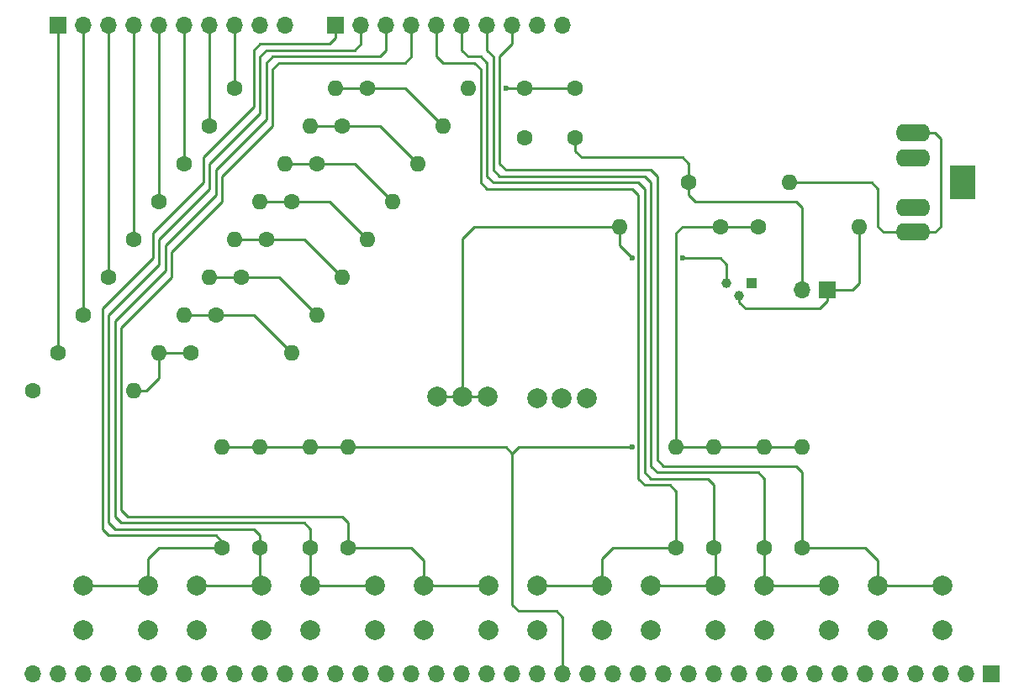
<source format=gtl>
G04 #@! TF.GenerationSoftware,KiCad,Pcbnew,(5.1.5)-3*
G04 #@! TF.CreationDate,2020-10-11T23:54:53+02:00*
G04 #@! TF.ProjectId,PB-002 Covox Sound,50422d30-3032-4204-936f-766f7820536f,rev?*
G04 #@! TF.SameCoordinates,Original*
G04 #@! TF.FileFunction,Copper,L1,Top*
G04 #@! TF.FilePolarity,Positive*
%FSLAX46Y46*%
G04 Gerber Fmt 4.6, Leading zero omitted, Abs format (unit mm)*
G04 Created by KiCad (PCBNEW (5.1.5)-3) date 2020-10-11 23:54:53*
%MOMM*%
%LPD*%
G04 APERTURE LIST*
%ADD10C,2.000000*%
%ADD11O,1.600000X1.600000*%
%ADD12C,1.600000*%
%ADD13R,1.700000X1.700000*%
%ADD14O,1.700000X1.700000*%
%ADD15R,2.500000X3.500000*%
%ADD16O,3.500000X1.750000*%
%ADD17R,1.000000X1.000000*%
%ADD18C,1.000000*%
%ADD19C,0.600000*%
%ADD20C,0.250000*%
G04 APERTURE END LIST*
D10*
X157360000Y-117602000D03*
X142360000Y-117475000D03*
X144860000Y-117475000D03*
X154860000Y-117602000D03*
X147360000Y-117475000D03*
X152360000Y-117602000D03*
D11*
X160655000Y-100330000D03*
D12*
X170815000Y-100330000D03*
D11*
X177800000Y-95885000D03*
D12*
X167640000Y-95885000D03*
X174625000Y-100330000D03*
D11*
X184785000Y-100330000D03*
D12*
X151130000Y-86360000D03*
X151130000Y-91360000D03*
X156210000Y-86360000D03*
X156210000Y-91360000D03*
X133350000Y-132715000D03*
D11*
X133350000Y-122555000D03*
D12*
X135255000Y-86360000D03*
D11*
X145415000Y-86360000D03*
D10*
X106680000Y-141025000D03*
X106680000Y-136525000D03*
X113180000Y-141025000D03*
X113180000Y-136525000D03*
X118110000Y-141025000D03*
X118110000Y-136525000D03*
X124610000Y-141025000D03*
X124610000Y-136525000D03*
D12*
X120650000Y-132715000D03*
D11*
X120650000Y-122555000D03*
D12*
X124460000Y-132715000D03*
D11*
X124460000Y-122555000D03*
D12*
X121920000Y-86360000D03*
D11*
X132080000Y-86360000D03*
D12*
X119380000Y-90170000D03*
D11*
X129540000Y-90170000D03*
D12*
X116840000Y-93980000D03*
D11*
X127000000Y-93980000D03*
D12*
X114300000Y-97790000D03*
D11*
X124460000Y-97790000D03*
D12*
X111760000Y-101600000D03*
D11*
X121920000Y-101600000D03*
D12*
X109220000Y-105410000D03*
D11*
X119380000Y-105410000D03*
D12*
X106680000Y-109220000D03*
D11*
X116840000Y-109220000D03*
D12*
X104140000Y-113030000D03*
D11*
X114300000Y-113030000D03*
D12*
X101600000Y-116840000D03*
D11*
X111760000Y-116840000D03*
D12*
X129540000Y-132715000D03*
D11*
X129540000Y-122555000D03*
D12*
X132715000Y-90170000D03*
D11*
X142875000Y-90170000D03*
D12*
X130175000Y-93980000D03*
D11*
X140335000Y-93980000D03*
D12*
X127635000Y-97790000D03*
D11*
X137795000Y-97790000D03*
D12*
X125095000Y-101600000D03*
D11*
X135255000Y-101600000D03*
D12*
X122555000Y-105410000D03*
D11*
X132715000Y-105410000D03*
D12*
X120015000Y-109220000D03*
D11*
X130175000Y-109220000D03*
D12*
X117475000Y-113030000D03*
D11*
X127635000Y-113030000D03*
D12*
X166370000Y-132715000D03*
D11*
X166370000Y-122555000D03*
D12*
X170180000Y-132715000D03*
D11*
X170180000Y-122555000D03*
D12*
X175260000Y-132715000D03*
D11*
X175260000Y-122555000D03*
D12*
X179070000Y-132715000D03*
D11*
X179070000Y-122555000D03*
D10*
X129540000Y-141025000D03*
X129540000Y-136525000D03*
X136040000Y-141025000D03*
X136040000Y-136525000D03*
X140970000Y-141025000D03*
X140970000Y-136525000D03*
X147470000Y-141025000D03*
X147470000Y-136525000D03*
X152400000Y-141025000D03*
X152400000Y-136525000D03*
X158900000Y-141025000D03*
X158900000Y-136525000D03*
X163830000Y-141025000D03*
X163830000Y-136525000D03*
X170330000Y-141025000D03*
X170330000Y-136525000D03*
X175260000Y-141025000D03*
X175260000Y-136525000D03*
X181760000Y-141025000D03*
X181760000Y-136525000D03*
X186690000Y-141025000D03*
X186690000Y-136525000D03*
X193190000Y-141025000D03*
X193190000Y-136525000D03*
D13*
X104140000Y-80010000D03*
D14*
X106680000Y-80010000D03*
X109220000Y-80010000D03*
X111760000Y-80010000D03*
X114300000Y-80010000D03*
X116840000Y-80010000D03*
X119380000Y-80010000D03*
X121920000Y-80010000D03*
X124460000Y-80010000D03*
X127000000Y-80010000D03*
D13*
X198120000Y-145415000D03*
D14*
X195580000Y-145415000D03*
X193040000Y-145415000D03*
X190500000Y-145415000D03*
X187960000Y-145415000D03*
X185420000Y-145415000D03*
X182880000Y-145415000D03*
X180340000Y-145415000D03*
X177800000Y-145415000D03*
X175260000Y-145415000D03*
X172720000Y-145415000D03*
X170180000Y-145415000D03*
X167640000Y-145415000D03*
X165100000Y-145415000D03*
X162560000Y-145415000D03*
X160020000Y-145415000D03*
X157480000Y-145415000D03*
X154940000Y-145415000D03*
X152400000Y-145415000D03*
X149860000Y-145415000D03*
X147320000Y-145415000D03*
X144780000Y-145415000D03*
X142240000Y-145415000D03*
X139700000Y-145415000D03*
X137160000Y-145415000D03*
X134620000Y-145415000D03*
X132080000Y-145415000D03*
X129540000Y-145415000D03*
X127000000Y-145415000D03*
X124460000Y-145415000D03*
X121920000Y-145415000D03*
X119380000Y-145415000D03*
X116840000Y-145415000D03*
X114300000Y-145415000D03*
X111760000Y-145415000D03*
X109220000Y-145415000D03*
X106680000Y-145415000D03*
X104140000Y-145415000D03*
X101600000Y-145415000D03*
D13*
X132080000Y-80010000D03*
D14*
X134620000Y-80010000D03*
X137160000Y-80010000D03*
X139700000Y-80010000D03*
X142240000Y-80010000D03*
X144780000Y-80010000D03*
X147320000Y-80010000D03*
X149860000Y-80010000D03*
X152400000Y-80010000D03*
X154940000Y-80010000D03*
D15*
X195271000Y-95885000D03*
D16*
X190265000Y-100885000D03*
X190265000Y-90885000D03*
X190265000Y-98385000D03*
X190265000Y-93385000D03*
D13*
X181610000Y-106680000D03*
D14*
X179070000Y-106680000D03*
D17*
X173990000Y-106045000D03*
D18*
X171450000Y-106045000D03*
X172720000Y-107315000D03*
D19*
X161925000Y-122555000D03*
X149225000Y-86360000D03*
X161925000Y-103505000D03*
X167005000Y-103505000D03*
D20*
X149860000Y-123825000D02*
X149860000Y-138430000D01*
X149860000Y-123190000D02*
X149860000Y-123825000D01*
X150495000Y-139065000D02*
X151130000Y-139065000D01*
X149860000Y-138430000D02*
X150495000Y-139065000D01*
X149860000Y-123190000D02*
X150495000Y-122555000D01*
X150495000Y-122555000D02*
X151130000Y-122555000D01*
X149860000Y-123190000D02*
X149225000Y-122555000D01*
X133350000Y-122555000D02*
X149225000Y-122555000D01*
X154940000Y-145415000D02*
X154940000Y-139700000D01*
X154940000Y-139700000D02*
X154305000Y-139065000D01*
X154305000Y-139065000D02*
X151130000Y-139065000D01*
X151130000Y-122555000D02*
X161925000Y-122555000D01*
X175260000Y-122555000D02*
X179070000Y-122555000D01*
X170180000Y-122555000D02*
X172085000Y-122555000D01*
X172085000Y-122555000D02*
X175260000Y-122555000D01*
X166370000Y-122555000D02*
X170180000Y-122555000D01*
X129540000Y-122555000D02*
X133350000Y-122555000D01*
X124460000Y-122555000D02*
X129540000Y-122555000D01*
X120650000Y-122555000D02*
X124460000Y-122555000D01*
X170815000Y-100330000D02*
X174625000Y-100330000D01*
X166370000Y-122555000D02*
X166370000Y-100965000D01*
X167005000Y-100330000D02*
X170815000Y-100330000D01*
X166370000Y-100965000D02*
X167005000Y-100330000D01*
X127635000Y-97790000D02*
X131445000Y-97790000D01*
X131445000Y-97790000D02*
X135255000Y-101600000D01*
X124460000Y-97790000D02*
X127635000Y-97790000D01*
X125095000Y-101600000D02*
X128905000Y-101600000D01*
X128905000Y-101600000D02*
X132715000Y-105410000D01*
X121920000Y-101600000D02*
X125095000Y-101600000D01*
X156210000Y-86360000D02*
X154940000Y-86360000D01*
X154940000Y-86360000D02*
X151130000Y-86360000D01*
X151130000Y-86360000D02*
X149225000Y-86360000D01*
X104140000Y-113030000D02*
X104140000Y-80010000D01*
X106680000Y-80010000D02*
X106680000Y-109220000D01*
X109220000Y-105410000D02*
X109220000Y-80010000D01*
X111760000Y-80010000D02*
X111760000Y-101600000D01*
X114300000Y-97790000D02*
X114300000Y-80010000D01*
X116840000Y-80010000D02*
X116840000Y-93980000D01*
X119380000Y-80010000D02*
X119380000Y-90170000D01*
X121920000Y-86360000D02*
X121920000Y-80010000D01*
X108585000Y-111125000D02*
X108585000Y-130810000D01*
X108585000Y-130810000D02*
X109220000Y-131445000D01*
X120650000Y-132715000D02*
X120650000Y-132080000D01*
X120650000Y-132080000D02*
X120015000Y-131445000D01*
X120015000Y-131445000D02*
X109220000Y-131445000D01*
X108585000Y-108585000D02*
X108585000Y-111125000D01*
X132080000Y-81280000D02*
X131445000Y-81915000D01*
X131445000Y-81915000D02*
X124460000Y-81915000D01*
X124460000Y-81915000D02*
X123825000Y-82550000D01*
X123825000Y-82550000D02*
X123825000Y-88265000D01*
X123825000Y-88265000D02*
X118745000Y-93345000D01*
X118745000Y-93345000D02*
X118745000Y-95885000D01*
X118745000Y-95885000D02*
X113665000Y-100965000D01*
X113665000Y-100965000D02*
X113665000Y-103505000D01*
X113665000Y-103505000D02*
X108585000Y-108585000D01*
X132080000Y-81280000D02*
X132080000Y-80010000D01*
X120650000Y-132715000D02*
X114300000Y-132715000D01*
X113180000Y-133835000D02*
X113180000Y-133985000D01*
X113180000Y-133985000D02*
X113180000Y-136525000D01*
X114300000Y-132715000D02*
X113180000Y-133835000D01*
X106680000Y-136525000D02*
X113180000Y-136525000D01*
X109855000Y-130810000D02*
X109220000Y-130175000D01*
X109220000Y-130175000D02*
X109220000Y-111760000D01*
X109855000Y-108585000D02*
X109220000Y-109220000D01*
X114300000Y-104140000D02*
X109855000Y-108585000D01*
X119380000Y-93980000D02*
X119380000Y-96520000D01*
X134620000Y-80010000D02*
X134620000Y-81915000D01*
X124460000Y-83185000D02*
X124460000Y-88900000D01*
X125095000Y-82550000D02*
X124460000Y-83185000D01*
X133985000Y-82550000D02*
X125095000Y-82550000D01*
X134620000Y-81915000D02*
X133985000Y-82550000D01*
X119380000Y-93980000D02*
X124460000Y-88900000D01*
X119380000Y-96520000D02*
X114300000Y-101600000D01*
X114300000Y-101600000D02*
X114300000Y-104140000D01*
X109220000Y-109220000D02*
X109220000Y-111760000D01*
X124460000Y-131445000D02*
X124460000Y-132715000D01*
X123825000Y-130810000D02*
X124460000Y-131445000D01*
X109855000Y-130810000D02*
X123825000Y-130810000D01*
X124460000Y-132715000D02*
X124460000Y-136375000D01*
X124460000Y-136375000D02*
X124610000Y-136525000D01*
X118110000Y-136525000D02*
X124610000Y-136525000D01*
X109855000Y-112395000D02*
X109855000Y-129540000D01*
X109855000Y-129540000D02*
X110490000Y-130175000D01*
X115570000Y-130175000D02*
X128905000Y-130175000D01*
X110490000Y-130175000D02*
X115570000Y-130175000D01*
X111125000Y-108585000D02*
X109855000Y-109855000D01*
X114935000Y-104775000D02*
X111125000Y-108585000D01*
X120015000Y-94615000D02*
X120015000Y-97155000D01*
X125095000Y-89535000D02*
X120015000Y-94615000D01*
X137160000Y-80010000D02*
X137160000Y-82550000D01*
X125095000Y-83820000D02*
X125095000Y-87630000D01*
X125730000Y-83185000D02*
X125095000Y-83820000D01*
X136525000Y-83185000D02*
X125730000Y-83185000D01*
X137160000Y-82550000D02*
X136525000Y-83185000D01*
X125095000Y-87630000D02*
X125095000Y-89535000D01*
X120015000Y-97155000D02*
X114935000Y-102235000D01*
X114935000Y-102235000D02*
X114935000Y-104775000D01*
X109855000Y-109855000D02*
X109855000Y-112395000D01*
X129540000Y-130810000D02*
X129540000Y-132715000D01*
X128905000Y-130175000D02*
X129540000Y-130810000D01*
X129540000Y-132715000D02*
X129540000Y-136525000D01*
X129540000Y-136525000D02*
X136040000Y-136525000D01*
X110490000Y-121285000D02*
X110490000Y-128905000D01*
X110490000Y-113030000D02*
X110490000Y-121285000D01*
X110490000Y-128905000D02*
X111125000Y-129540000D01*
X110490000Y-110490000D02*
X110490000Y-113030000D01*
X115570000Y-102870000D02*
X115570000Y-105410000D01*
X120650000Y-97790000D02*
X115570000Y-102870000D01*
X125730000Y-86995000D02*
X125730000Y-90170000D01*
X139700000Y-83185000D02*
X139065000Y-83820000D01*
X139065000Y-83820000D02*
X126365000Y-83820000D01*
X126365000Y-83820000D02*
X125730000Y-84455000D01*
X125730000Y-84455000D02*
X125730000Y-86995000D01*
X139700000Y-80010000D02*
X139700000Y-83185000D01*
X125730000Y-90170000D02*
X120650000Y-95250000D01*
X120650000Y-95250000D02*
X120650000Y-97790000D01*
X115570000Y-105410000D02*
X111760000Y-109220000D01*
X111760000Y-109220000D02*
X110490000Y-110490000D01*
X133350000Y-130175000D02*
X133350000Y-132715000D01*
X132715000Y-129540000D02*
X133350000Y-130175000D01*
X111125000Y-129540000D02*
X132715000Y-129540000D01*
X133350000Y-132715000D02*
X139700000Y-132715000D01*
X140970000Y-133985000D02*
X140970000Y-136525000D01*
X139700000Y-132715000D02*
X140970000Y-133985000D01*
X140970000Y-136525000D02*
X147470000Y-136525000D01*
X158115000Y-96520000D02*
X161925000Y-96520000D01*
X166370000Y-127000000D02*
X165735000Y-126365000D01*
X166370000Y-132715000D02*
X166370000Y-127000000D01*
X146685000Y-95885000D02*
X147320000Y-96520000D01*
X147320000Y-96520000D02*
X157480000Y-96520000D01*
X157480000Y-96520000D02*
X158115000Y-96520000D01*
X142240000Y-83185000D02*
X142240000Y-80010000D01*
X146685000Y-84455000D02*
X146685000Y-88900000D01*
X146050000Y-83820000D02*
X146685000Y-84455000D01*
X142875000Y-83820000D02*
X146050000Y-83820000D01*
X142240000Y-83185000D02*
X142875000Y-83820000D01*
X146685000Y-88900000D02*
X146685000Y-95885000D01*
X163195000Y-126365000D02*
X165735000Y-126365000D01*
X162560000Y-125730000D02*
X163195000Y-126365000D01*
X162560000Y-97155000D02*
X162560000Y-125730000D01*
X161925000Y-96520000D02*
X162560000Y-97155000D01*
X166370000Y-132715000D02*
X160020000Y-132715000D01*
X158900000Y-133835000D02*
X158900000Y-136525000D01*
X160020000Y-132715000D02*
X158900000Y-133835000D01*
X152400000Y-136525000D02*
X158900000Y-136525000D01*
X156210000Y-95885000D02*
X162560000Y-95885000D01*
X170180000Y-126365000D02*
X169545000Y-125730000D01*
X169545000Y-125730000D02*
X164465000Y-125730000D01*
X170180000Y-132715000D02*
X170180000Y-126365000D01*
X147320000Y-95250000D02*
X147955000Y-95885000D01*
X147955000Y-95885000D02*
X156210000Y-95885000D01*
X144780000Y-82550000D02*
X144780000Y-80010000D01*
X147320000Y-83820000D02*
X147320000Y-88265000D01*
X146685000Y-83185000D02*
X147320000Y-83820000D01*
X145415000Y-83185000D02*
X146685000Y-83185000D01*
X144780000Y-82550000D02*
X145415000Y-83185000D01*
X147320000Y-88265000D02*
X147320000Y-95250000D01*
X163830000Y-125730000D02*
X164465000Y-125730000D01*
X163195000Y-125095000D02*
X163830000Y-125730000D01*
X163195000Y-96520000D02*
X163195000Y-125095000D01*
X162560000Y-95885000D02*
X163195000Y-96520000D01*
X170330000Y-136525000D02*
X170330000Y-132865000D01*
X170330000Y-132865000D02*
X170180000Y-132715000D01*
X163830000Y-136525000D02*
X170330000Y-136525000D01*
X147955000Y-88265000D02*
X147955000Y-94615000D01*
X147320000Y-82550000D02*
X147955000Y-83185000D01*
X147955000Y-83185000D02*
X147955000Y-88265000D01*
X147320000Y-80010000D02*
X147320000Y-82550000D01*
X175260000Y-125730000D02*
X174625000Y-125095000D01*
X174625000Y-125095000D02*
X164465000Y-125095000D01*
X175260000Y-125730000D02*
X175260000Y-132715000D01*
X163830000Y-124460000D02*
X164465000Y-125095000D01*
X163830000Y-95885000D02*
X163830000Y-124460000D01*
X163195000Y-95250000D02*
X163830000Y-95885000D01*
X148590000Y-95250000D02*
X163195000Y-95250000D01*
X147955000Y-94615000D02*
X148590000Y-95250000D01*
X175260000Y-132715000D02*
X175260000Y-136525000D01*
X175260000Y-136525000D02*
X181760000Y-136525000D01*
X148590000Y-83185000D02*
X149860000Y-81915000D01*
X165100000Y-124460000D02*
X164465000Y-123825000D01*
X164465000Y-123825000D02*
X164465000Y-95250000D01*
X164465000Y-95250000D02*
X163830000Y-94615000D01*
X163830000Y-94615000D02*
X149225000Y-94615000D01*
X149225000Y-94615000D02*
X148590000Y-93980000D01*
X148590000Y-93980000D02*
X148590000Y-83185000D01*
X179070000Y-132715000D02*
X179070000Y-125095000D01*
X178435000Y-124460000D02*
X165735000Y-124460000D01*
X179070000Y-125095000D02*
X178435000Y-124460000D01*
X165735000Y-124460000D02*
X165100000Y-124460000D01*
X149860000Y-81915000D02*
X149860000Y-80010000D01*
X179070000Y-132715000D02*
X185420000Y-132715000D01*
X186690000Y-133985000D02*
X186690000Y-136525000D01*
X185420000Y-132715000D02*
X186690000Y-133985000D01*
X186690000Y-136525000D02*
X193190000Y-136525000D01*
X135255000Y-86360000D02*
X139065000Y-86360000D01*
X139065000Y-86360000D02*
X142875000Y-90170000D01*
X132080000Y-86360000D02*
X135255000Y-86360000D01*
X132715000Y-90170000D02*
X136525000Y-90170000D01*
X136525000Y-90170000D02*
X140335000Y-93980000D01*
X129540000Y-90170000D02*
X132715000Y-90170000D01*
X130175000Y-93980000D02*
X133985000Y-93980000D01*
X133985000Y-93980000D02*
X137795000Y-97790000D01*
X127000000Y-93980000D02*
X130175000Y-93980000D01*
X122555000Y-105410000D02*
X126365000Y-105410000D01*
X126365000Y-105410000D02*
X130175000Y-109220000D01*
X119380000Y-105410000D02*
X122555000Y-105410000D01*
X120015000Y-109220000D02*
X123825000Y-109220000D01*
X123825000Y-109220000D02*
X127635000Y-113030000D01*
X116840000Y-109220000D02*
X120015000Y-109220000D01*
X111760000Y-116840000D02*
X113030000Y-116840000D01*
X114300000Y-115570000D02*
X114300000Y-113030000D01*
X113030000Y-116840000D02*
X114300000Y-115570000D01*
X114300000Y-113030000D02*
X117475000Y-113030000D01*
X156210000Y-91360000D02*
X156210000Y-92710000D01*
X156210000Y-92710000D02*
X156845000Y-93345000D01*
X156845000Y-93345000D02*
X167005000Y-93345000D01*
X167640000Y-93980000D02*
X167640000Y-95885000D01*
X167005000Y-93345000D02*
X167640000Y-93980000D01*
X179070000Y-106680000D02*
X179070000Y-98425000D01*
X179070000Y-98425000D02*
X178435000Y-97790000D01*
X178435000Y-97790000D02*
X168275000Y-97790000D01*
X167640000Y-97155000D02*
X167640000Y-95885000D01*
X168275000Y-97790000D02*
X167640000Y-97155000D01*
X190265000Y-100885000D02*
X192485000Y-100885000D01*
X192485000Y-100885000D02*
X193040000Y-100330000D01*
X193040000Y-100330000D02*
X193040000Y-91440000D01*
X193040000Y-91440000D02*
X192485000Y-90885000D01*
X192485000Y-90885000D02*
X190265000Y-90885000D01*
X186055000Y-95885000D02*
X177800000Y-95885000D01*
X190265000Y-100885000D02*
X187245000Y-100885000D01*
X187245000Y-100885000D02*
X186690000Y-100330000D01*
X186690000Y-96520000D02*
X186055000Y-95885000D01*
X186690000Y-100330000D02*
X186690000Y-96520000D01*
X184785000Y-100330000D02*
X184785000Y-106045000D01*
X184150000Y-106680000D02*
X181610000Y-106680000D01*
X184785000Y-106045000D02*
X184150000Y-106680000D01*
X172720000Y-107950000D02*
X172720000Y-107315000D01*
X173355000Y-108585000D02*
X172720000Y-107950000D01*
X180805000Y-108585000D02*
X173355000Y-108585000D01*
X181610000Y-106680000D02*
X181610000Y-107780000D01*
X181610000Y-107780000D02*
X180805000Y-108585000D01*
X142360000Y-117475000D02*
X144860000Y-117475000D01*
X144860000Y-117475000D02*
X147360000Y-117475000D01*
X144860000Y-117475000D02*
X144860000Y-101520000D01*
X146050000Y-100330000D02*
X160655000Y-100330000D01*
X144860000Y-101520000D02*
X146050000Y-100330000D01*
X160655000Y-100330000D02*
X160655000Y-102235000D01*
X160655000Y-102235000D02*
X161925000Y-103505000D01*
X167005000Y-103505000D02*
X170815000Y-103505000D01*
X171450000Y-104140000D02*
X171450000Y-106045000D01*
X170815000Y-103505000D02*
X171450000Y-104140000D01*
M02*

</source>
